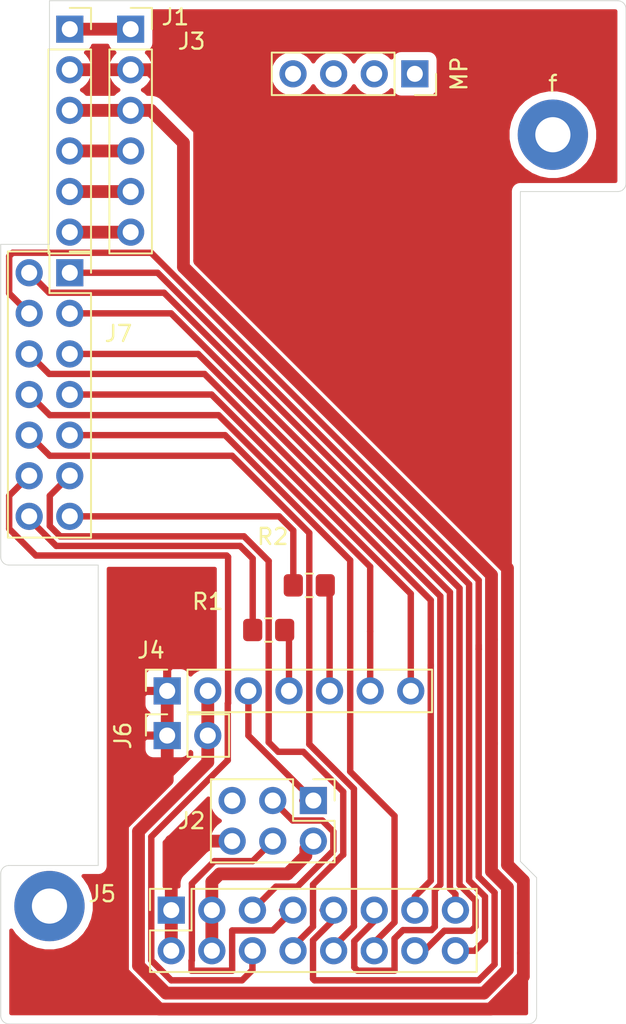
<source format=kicad_pcb>
(kicad_pcb (version 20171130) (host pcbnew "(5.1.7)-1")

  (general
    (thickness 1.6)
    (drawings 29)
    (tracks 224)
    (zones 0)
    (modules 12)
    (nets 27)
  )

  (page A4)
  (layers
    (0 F.Cu signal)
    (31 B.Cu signal)
    (32 B.Adhes user)
    (33 F.Adhes user)
    (34 B.Paste user)
    (35 F.Paste user)
    (36 B.SilkS user)
    (37 F.SilkS user)
    (38 B.Mask user)
    (39 F.Mask user)
    (40 Dwgs.User user)
    (41 Cmts.User user)
    (42 Eco1.User user)
    (43 Eco2.User user)
    (44 Edge.Cuts user)
    (45 Margin user)
    (46 B.CrtYd user)
    (47 F.CrtYd user)
    (48 B.Fab user)
    (49 F.Fab user hide)
  )

  (setup
    (last_trace_width 0.4)
    (trace_clearance 0.2)
    (zone_clearance 0.508)
    (zone_45_only no)
    (trace_min 0.2)
    (via_size 0.8)
    (via_drill 0.4)
    (via_min_size 0.4)
    (via_min_drill 0.3)
    (uvia_size 0.3)
    (uvia_drill 0.1)
    (uvias_allowed no)
    (uvia_min_size 0.2)
    (uvia_min_drill 0.1)
    (edge_width 0.05)
    (segment_width 0.2)
    (pcb_text_width 0.3)
    (pcb_text_size 1.5 1.5)
    (mod_edge_width 0.12)
    (mod_text_size 1 1)
    (mod_text_width 0.15)
    (pad_size 1.524 1.524)
    (pad_drill 0.762)
    (pad_to_mask_clearance 0)
    (aux_axis_origin 124.714 82.55)
    (visible_elements 7FFFFFFF)
    (pcbplotparams
      (layerselection 0x210a0_7fffffff)
      (usegerberextensions false)
      (usegerberattributes true)
      (usegerberadvancedattributes true)
      (creategerberjobfile false)
      (excludeedgelayer true)
      (linewidth 0.100000)
      (plotframeref false)
      (viasonmask false)
      (mode 1)
      (useauxorigin true)
      (hpglpennumber 1)
      (hpglpenspeed 20)
      (hpglpendiameter 15.000000)
      (psnegative false)
      (psa4output false)
      (plotreference false)
      (plotvalue false)
      (plotinvisibletext false)
      (padsonsilk true)
      (subtractmaskfromsilk false)
      (outputformat 1)
      (mirror false)
      (drillshape 0)
      (scaleselection 1)
      (outputdirectory "output/"))
  )

  (net 0 "")
  (net 1 /GND)
  (net 2 /RES)
  (net 3 /SDA)
  (net 4 /SCK)
  (net 5 /RS)
  (net 6 /CS)
  (net 7 /M0)
  (net 8 /M1)
  (net 9 /TXD)
  (net 10 /RXD)
  (net 11 /AUX)
  (net 12 /BL)
  (net 13 /VCC)
  (net 14 "Net-(J2-Pad5)")
  (net 15 /LT)
  (net 16 /DW)
  (net 17 /UP)
  (net 18 /RT)
  (net 19 /OK)
  (net 20 /SET)
  (net 21 /RXR)
  (net 22 /TXR)
  (net 23 /RX)
  (net 24 /AREF)
  (net 25 /3V3)
  (net 26 /VIN)

  (net_class Default "This is the default net class."
    (clearance 0.2)
    (trace_width 0.4)
    (via_dia 0.8)
    (via_drill 0.4)
    (uvia_dia 0.3)
    (uvia_drill 0.1)
    (add_net /AUX)
    (add_net /BL)
    (add_net /CS)
    (add_net /DW)
    (add_net /LT)
    (add_net /M0)
    (add_net /M1)
    (add_net /OK)
    (add_net /RES)
    (add_net /RS)
    (add_net /RT)
    (add_net /RXD)
    (add_net /RXR)
    (add_net /SCK)
    (add_net /SDA)
    (add_net /SET)
    (add_net /TXD)
    (add_net /TXR)
    (add_net /UP)
    (add_net "Net-(J2-Pad5)")
  )

  (net_class Power ""
    (clearance 0.2)
    (trace_width 0.8)
    (via_dia 0.8)
    (via_drill 0.4)
    (uvia_dia 0.3)
    (uvia_drill 0.1)
    (add_net /3V3)
    (add_net /AREF)
    (add_net /GND)
    (add_net /RX)
    (add_net /VCC)
    (add_net /VIN)
  )

  (module Connector_PinSocket_2.54mm:PinSocket_1x06_P2.54mm_Vertical (layer F.Cu) (tedit 5A19A430) (tstamp 6468BD5C)
    (at 132.842 20.32)
    (descr "Through hole straight socket strip, 1x06, 2.54mm pitch, single row (from Kicad 4.0.7), script generated")
    (tags "Through hole socket strip THT 1x06 2.54mm single row")
    (path /648B3CE8)
    (fp_text reference J3 (at 3.81 0.762) (layer F.SilkS)
      (effects (font (size 1 1) (thickness 0.15)))
    )
    (fp_text value Conn_01x06 (at 0 15.47) (layer F.Fab)
      (effects (font (size 1 1) (thickness 0.15)))
    )
    (fp_text user %R (at 0 6.35 90) (layer F.Fab)
      (effects (font (size 1 1) (thickness 0.15)))
    )
    (fp_line (start -1.27 -1.27) (end 0.635 -1.27) (layer F.Fab) (width 0.1))
    (fp_line (start 0.635 -1.27) (end 1.27 -0.635) (layer F.Fab) (width 0.1))
    (fp_line (start 1.27 -0.635) (end 1.27 13.97) (layer F.Fab) (width 0.1))
    (fp_line (start 1.27 13.97) (end -1.27 13.97) (layer F.Fab) (width 0.1))
    (fp_line (start -1.27 13.97) (end -1.27 -1.27) (layer F.Fab) (width 0.1))
    (fp_line (start -1.33 1.27) (end 1.33 1.27) (layer F.SilkS) (width 0.12))
    (fp_line (start -1.33 1.27) (end -1.33 14.03) (layer F.SilkS) (width 0.12))
    (fp_line (start -1.33 14.03) (end 1.33 14.03) (layer F.SilkS) (width 0.12))
    (fp_line (start 1.33 1.27) (end 1.33 14.03) (layer F.SilkS) (width 0.12))
    (fp_line (start 1.33 -1.33) (end 1.33 0) (layer F.SilkS) (width 0.12))
    (fp_line (start 0 -1.33) (end 1.33 -1.33) (layer F.SilkS) (width 0.12))
    (fp_line (start -1.8 -1.8) (end 1.75 -1.8) (layer F.CrtYd) (width 0.05))
    (fp_line (start 1.75 -1.8) (end 1.75 14.45) (layer F.CrtYd) (width 0.05))
    (fp_line (start 1.75 14.45) (end -1.8 14.45) (layer F.CrtYd) (width 0.05))
    (fp_line (start -1.8 14.45) (end -1.8 -1.8) (layer F.CrtYd) (width 0.05))
    (pad 6 thru_hole oval (at 0 12.7) (size 1.7 1.7) (drill 1) (layers *.Cu *.Mask)
      (net 23 /RX))
    (pad 5 thru_hole oval (at 0 10.16) (size 1.7 1.7) (drill 1) (layers *.Cu *.Mask)
      (net 24 /AREF))
    (pad 4 thru_hole oval (at 0 7.62) (size 1.7 1.7) (drill 1) (layers *.Cu *.Mask)
      (net 25 /3V3))
    (pad 3 thru_hole oval (at 0 5.08) (size 1.7 1.7) (drill 1) (layers *.Cu *.Mask)
      (net 13 /VCC))
    (pad 2 thru_hole oval (at 0 2.54) (size 1.7 1.7) (drill 1) (layers *.Cu *.Mask)
      (net 1 /GND))
    (pad 1 thru_hole rect (at 0 0) (size 1.7 1.7) (drill 1) (layers *.Cu *.Mask)
      (net 26 /VIN))
    (model ${KISYS3DMOD}/Connector_PinSocket_2.54mm.3dshapes/PinSocket_1x06_P2.54mm_Vertical.wrl
      (at (xyz 0 0 0))
      (scale (xyz 1 1 1))
      (rotate (xyz 0 0 0))
    )
  )

  (module Connector_PinSocket_2.54mm:PinSocket_1x06_P2.54mm_Vertical (layer F.Cu) (tedit 5A19A430) (tstamp 6468BAFA)
    (at 129.032 20.32)
    (descr "Through hole straight socket strip, 1x06, 2.54mm pitch, single row (from Kicad 4.0.7), script generated")
    (tags "Through hole socket strip THT 1x06 2.54mm single row")
    (path /648A4C5E)
    (fp_text reference J1 (at 6.604 -0.762) (layer F.SilkS)
      (effects (font (size 1 1) (thickness 0.15)))
    )
    (fp_text value Conn_01x06 (at 0 15.47) (layer F.Fab)
      (effects (font (size 1 1) (thickness 0.15)))
    )
    (fp_text user %R (at 0 6.35 90) (layer F.Fab)
      (effects (font (size 1 1) (thickness 0.15)))
    )
    (fp_line (start -1.27 -1.27) (end 0.635 -1.27) (layer F.Fab) (width 0.1))
    (fp_line (start 0.635 -1.27) (end 1.27 -0.635) (layer F.Fab) (width 0.1))
    (fp_line (start 1.27 -0.635) (end 1.27 13.97) (layer F.Fab) (width 0.1))
    (fp_line (start 1.27 13.97) (end -1.27 13.97) (layer F.Fab) (width 0.1))
    (fp_line (start -1.27 13.97) (end -1.27 -1.27) (layer F.Fab) (width 0.1))
    (fp_line (start -1.33 1.27) (end 1.33 1.27) (layer F.SilkS) (width 0.12))
    (fp_line (start -1.33 1.27) (end -1.33 14.03) (layer F.SilkS) (width 0.12))
    (fp_line (start -1.33 14.03) (end 1.33 14.03) (layer F.SilkS) (width 0.12))
    (fp_line (start 1.33 1.27) (end 1.33 14.03) (layer F.SilkS) (width 0.12))
    (fp_line (start 1.33 -1.33) (end 1.33 0) (layer F.SilkS) (width 0.12))
    (fp_line (start 0 -1.33) (end 1.33 -1.33) (layer F.SilkS) (width 0.12))
    (fp_line (start -1.8 -1.8) (end 1.75 -1.8) (layer F.CrtYd) (width 0.05))
    (fp_line (start 1.75 -1.8) (end 1.75 14.45) (layer F.CrtYd) (width 0.05))
    (fp_line (start 1.75 14.45) (end -1.8 14.45) (layer F.CrtYd) (width 0.05))
    (fp_line (start -1.8 14.45) (end -1.8 -1.8) (layer F.CrtYd) (width 0.05))
    (pad 6 thru_hole oval (at 0 12.7) (size 1.7 1.7) (drill 1) (layers *.Cu *.Mask)
      (net 23 /RX))
    (pad 5 thru_hole oval (at 0 10.16) (size 1.7 1.7) (drill 1) (layers *.Cu *.Mask)
      (net 24 /AREF))
    (pad 4 thru_hole oval (at 0 7.62) (size 1.7 1.7) (drill 1) (layers *.Cu *.Mask)
      (net 25 /3V3))
    (pad 3 thru_hole oval (at 0 5.08) (size 1.7 1.7) (drill 1) (layers *.Cu *.Mask)
      (net 13 /VCC))
    (pad 2 thru_hole oval (at 0 2.54) (size 1.7 1.7) (drill 1) (layers *.Cu *.Mask)
      (net 1 /GND))
    (pad 1 thru_hole rect (at 0 0) (size 1.7 1.7) (drill 1) (layers *.Cu *.Mask)
      (net 26 /VIN))
    (model ${KISYS3DMOD}/Connector_PinSocket_2.54mm.3dshapes/PinSocket_1x06_P2.54mm_Vertical.wrl
      (at (xyz 0 0 0))
      (scale (xyz 1 1 1))
      (rotate (xyz 0 0 0))
    )
  )

  (module Connector_PinSocket_2.54mm:PinSocket_2x08_P2.54mm_Vertical (layer F.Cu) (tedit 5A19A42B) (tstamp 63D1B24C)
    (at 135.382 75.438 90)
    (descr "Through hole straight socket strip, 2x08, 2.54mm pitch, double cols (from Kicad 4.0.7), script generated")
    (tags "Through hole socket strip THT 2x08 2.54mm double row")
    (path /63E7E48A)
    (fp_text reference J5 (at 1.016 -4.318 180) (layer F.SilkS)
      (effects (font (size 1 1) (thickness 0.15)))
    )
    (fp_text value DispKB (at -1.27 20.55 90) (layer F.Fab)
      (effects (font (size 1 1) (thickness 0.15)))
    )
    (fp_line (start -4.34 19.55) (end -4.34 -1.8) (layer F.CrtYd) (width 0.05))
    (fp_line (start 1.76 19.55) (end -4.34 19.55) (layer F.CrtYd) (width 0.05))
    (fp_line (start 1.76 -1.8) (end 1.76 19.55) (layer F.CrtYd) (width 0.05))
    (fp_line (start -4.34 -1.8) (end 1.76 -1.8) (layer F.CrtYd) (width 0.05))
    (fp_line (start 0 -1.33) (end 1.33 -1.33) (layer F.SilkS) (width 0.12))
    (fp_line (start 1.33 -1.33) (end 1.33 0) (layer F.SilkS) (width 0.12))
    (fp_line (start -1.27 -1.33) (end -1.27 1.27) (layer F.SilkS) (width 0.12))
    (fp_line (start -1.27 1.27) (end 1.33 1.27) (layer F.SilkS) (width 0.12))
    (fp_line (start 1.33 1.27) (end 1.33 19.11) (layer F.SilkS) (width 0.12))
    (fp_line (start -3.87 19.11) (end 1.33 19.11) (layer F.SilkS) (width 0.12))
    (fp_line (start -3.87 -1.33) (end -3.87 19.11) (layer F.SilkS) (width 0.12))
    (fp_line (start -3.87 -1.33) (end -1.27 -1.33) (layer F.SilkS) (width 0.12))
    (fp_line (start -3.81 19.05) (end -3.81 -1.27) (layer F.Fab) (width 0.1))
    (fp_line (start 1.27 19.05) (end -3.81 19.05) (layer F.Fab) (width 0.1))
    (fp_line (start 1.27 -0.27) (end 1.27 19.05) (layer F.Fab) (width 0.1))
    (fp_line (start 0.27 -1.27) (end 1.27 -0.27) (layer F.Fab) (width 0.1))
    (fp_line (start -3.81 -1.27) (end 0.27 -1.27) (layer F.Fab) (width 0.1))
    (fp_text user %R (at -1.27 8.89) (layer F.Fab)
      (effects (font (size 1 1) (thickness 0.15)))
    )
    (pad 16 thru_hole oval (at -2.54 17.78 90) (size 1.7 1.7) (drill 1) (layers *.Cu *.Mask)
      (net 15 /LT))
    (pad 15 thru_hole oval (at 0 17.78 90) (size 1.7 1.7) (drill 1) (layers *.Cu *.Mask)
      (net 12 /BL))
    (pad 14 thru_hole oval (at -2.54 15.24 90) (size 1.7 1.7) (drill 1) (layers *.Cu *.Mask)
      (net 16 /DW))
    (pad 13 thru_hole oval (at 0 15.24 90) (size 1.7 1.7) (drill 1) (layers *.Cu *.Mask)
      (net 6 /CS))
    (pad 12 thru_hole oval (at -2.54 12.7 90) (size 1.7 1.7) (drill 1) (layers *.Cu *.Mask)
      (net 17 /UP))
    (pad 11 thru_hole oval (at 0 12.7 90) (size 1.7 1.7) (drill 1) (layers *.Cu *.Mask)
      (net 5 /RS))
    (pad 10 thru_hole oval (at -2.54 10.16 90) (size 1.7 1.7) (drill 1) (layers *.Cu *.Mask)
      (net 18 /RT))
    (pad 9 thru_hole oval (at 0 10.16 90) (size 1.7 1.7) (drill 1) (layers *.Cu *.Mask)
      (net 2 /RES))
    (pad 8 thru_hole oval (at -2.54 7.62 90) (size 1.7 1.7) (drill 1) (layers *.Cu *.Mask)
      (net 19 /OK))
    (pad 7 thru_hole oval (at 0 7.62 90) (size 1.7 1.7) (drill 1) (layers *.Cu *.Mask)
      (net 3 /SDA))
    (pad 6 thru_hole oval (at -2.54 5.08 90) (size 1.7 1.7) (drill 1) (layers *.Cu *.Mask)
      (net 20 /SET))
    (pad 5 thru_hole oval (at 0 5.08 90) (size 1.7 1.7) (drill 1) (layers *.Cu *.Mask)
      (net 4 /SCK))
    (pad 4 thru_hole oval (at -2.54 2.54 90) (size 1.7 1.7) (drill 1) (layers *.Cu *.Mask)
      (net 13 /VCC))
    (pad 3 thru_hole oval (at 0 2.54 90) (size 1.7 1.7) (drill 1) (layers *.Cu *.Mask)
      (net 13 /VCC))
    (pad 2 thru_hole oval (at -2.54 0 90) (size 1.7 1.7) (drill 1) (layers *.Cu *.Mask)
      (net 1 /GND))
    (pad 1 thru_hole rect (at 0 0 90) (size 1.7 1.7) (drill 1) (layers *.Cu *.Mask)
      (net 1 /GND))
    (model ${KISYS3DMOD}/Connector_PinSocket_2.54mm.3dshapes/PinSocket_2x08_P2.54mm_Vertical.wrl
      (at (xyz 0 0 0))
      (scale (xyz 1 1 1))
      (rotate (xyz 0 0 0))
    )
  )

  (module Connector_PinSocket_2.54mm:PinSocket_1x04_P2.54mm_Vertical (layer F.Cu) (tedit 5A19A429) (tstamp 64686FCF)
    (at 150.622 23.114 270)
    (descr "Through hole straight socket strip, 1x04, 2.54mm pitch, single row (from Kicad 4.0.7), script generated")
    (tags "Through hole socket strip THT 1x04 2.54mm single row")
    (fp_text reference MP (at 0 -2.77 90) (layer F.SilkS)
      (effects (font (size 1 1) (thickness 0.15)))
    )
    (fp_text value PinSocket_1x04_P2.54mm_Vertical (at 0 10.39 90) (layer F.Fab) hide
      (effects (font (size 1 1) (thickness 0.15)))
    )
    (fp_text user %R (at 0 3.81) (layer F.Fab) hide
      (effects (font (size 1 1) (thickness 0.15)))
    )
    (fp_line (start -1.27 -1.27) (end 0.635 -1.27) (layer F.Fab) (width 0.1))
    (fp_line (start 0.635 -1.27) (end 1.27 -0.635) (layer F.Fab) (width 0.1))
    (fp_line (start 1.27 -0.635) (end 1.27 8.89) (layer F.Fab) (width 0.1))
    (fp_line (start 1.27 8.89) (end -1.27 8.89) (layer F.Fab) (width 0.1))
    (fp_line (start -1.27 8.89) (end -1.27 -1.27) (layer F.Fab) (width 0.1))
    (fp_line (start -1.33 1.27) (end 1.33 1.27) (layer F.SilkS) (width 0.12))
    (fp_line (start -1.33 1.27) (end -1.33 8.95) (layer F.SilkS) (width 0.12))
    (fp_line (start -1.33 8.95) (end 1.33 8.95) (layer F.SilkS) (width 0.12))
    (fp_line (start 1.33 1.27) (end 1.33 8.95) (layer F.SilkS) (width 0.12))
    (fp_line (start 1.33 -1.33) (end 1.33 0) (layer F.SilkS) (width 0.12))
    (fp_line (start 0 -1.33) (end 1.33 -1.33) (layer F.SilkS) (width 0.12))
    (fp_line (start -1.8 -1.8) (end 1.75 -1.8) (layer F.CrtYd) (width 0.05))
    (fp_line (start 1.75 -1.8) (end 1.75 9.4) (layer F.CrtYd) (width 0.05))
    (fp_line (start 1.75 9.4) (end -1.8 9.4) (layer F.CrtYd) (width 0.05))
    (fp_line (start -1.8 9.4) (end -1.8 -1.8) (layer F.CrtYd) (width 0.05))
    (pad 4 thru_hole oval (at 0 7.62 270) (size 1.7 1.7) (drill 1) (layers *.Cu *.Mask))
    (pad 3 thru_hole oval (at 0 5.08 270) (size 1.7 1.7) (drill 1) (layers *.Cu *.Mask))
    (pad 2 thru_hole oval (at 0 2.54 270) (size 1.7 1.7) (drill 1) (layers *.Cu *.Mask))
    (pad 1 thru_hole rect (at 0 0 270) (size 1.7 1.7) (drill 1) (layers *.Cu *.Mask))
    (model ${KISYS3DMOD}/Connector_PinSocket_2.54mm.3dshapes/PinSocket_1x04_P2.54mm_Vertical.wrl
      (at (xyz 0 0 0))
      (scale (xyz 1 1 1))
      (rotate (xyz 0 0 0))
    )
  )

  (module Resistor_SMD:R_0805_2012Metric_Pad1.20x1.40mm_HandSolder (layer F.Cu) (tedit 5F68FEEE) (tstamp 64676D6F)
    (at 141.478 57.912 180)
    (descr "Resistor SMD 0805 (2012 Metric), square (rectangular) end terminal, IPC_7351 nominal with elongated pad for handsoldering. (Body size source: IPC-SM-782 page 72, https://www.pcb-3d.com/wordpress/wp-content/uploads/ipc-sm-782a_amendment_1_and_2.pdf), generated with kicad-footprint-generator")
    (tags "resistor handsolder")
    (path /646DA561)
    (attr smd)
    (fp_text reference R1 (at 3.81 1.778) (layer F.SilkS)
      (effects (font (size 1 1) (thickness 0.15)))
    )
    (fp_text value 39 (at 0 1.65) (layer F.Fab)
      (effects (font (size 1 1) (thickness 0.15)))
    )
    (fp_text user %R (at 0 0) (layer F.Fab)
      (effects (font (size 0.5 0.5) (thickness 0.08)))
    )
    (fp_line (start -1 0.625) (end -1 -0.625) (layer F.Fab) (width 0.1))
    (fp_line (start -1 -0.625) (end 1 -0.625) (layer F.Fab) (width 0.1))
    (fp_line (start 1 -0.625) (end 1 0.625) (layer F.Fab) (width 0.1))
    (fp_line (start 1 0.625) (end -1 0.625) (layer F.Fab) (width 0.1))
    (fp_line (start -0.227064 -0.735) (end 0.227064 -0.735) (layer F.SilkS) (width 0.12))
    (fp_line (start -0.227064 0.735) (end 0.227064 0.735) (layer F.SilkS) (width 0.12))
    (fp_line (start -1.85 0.95) (end -1.85 -0.95) (layer F.CrtYd) (width 0.05))
    (fp_line (start -1.85 -0.95) (end 1.85 -0.95) (layer F.CrtYd) (width 0.05))
    (fp_line (start 1.85 -0.95) (end 1.85 0.95) (layer F.CrtYd) (width 0.05))
    (fp_line (start 1.85 0.95) (end -1.85 0.95) (layer F.CrtYd) (width 0.05))
    (pad 2 smd roundrect (at 1 0 180) (size 1.2 1.4) (layers F.Cu F.Paste F.Mask) (roundrect_rratio 0.2083325)
      (net 21 /RXR))
    (pad 1 smd roundrect (at -1 0 180) (size 1.2 1.4) (layers F.Cu F.Paste F.Mask) (roundrect_rratio 0.2083325)
      (net 10 /RXD))
    (model ${KISYS3DMOD}/Resistor_SMD.3dshapes/R_0805_2012Metric.wrl
      (at (xyz 0 0 0))
      (scale (xyz 1 1 1))
      (rotate (xyz 0 0 0))
    )
  )

  (module Resistor_SMD:R_0805_2012Metric_Pad1.20x1.40mm_HandSolder (layer F.Cu) (tedit 5F68FEEE) (tstamp 64676D80)
    (at 144.018 55.118 180)
    (descr "Resistor SMD 0805 (2012 Metric), square (rectangular) end terminal, IPC_7351 nominal with elongated pad for handsoldering. (Body size source: IPC-SM-782 page 72, https://www.pcb-3d.com/wordpress/wp-content/uploads/ipc-sm-782a_amendment_1_and_2.pdf), generated with kicad-footprint-generator")
    (tags "resistor handsolder")
    (path /646DAEA3)
    (attr smd)
    (fp_text reference R2 (at 2.286 3.048) (layer F.SilkS)
      (effects (font (size 1 1) (thickness 0.15)))
    )
    (fp_text value 39 (at 0 1.65) (layer F.Fab)
      (effects (font (size 1 1) (thickness 0.15)))
    )
    (fp_text user %R (at 0 0) (layer F.Fab)
      (effects (font (size 0.5 0.5) (thickness 0.08)))
    )
    (fp_line (start -1 0.625) (end -1 -0.625) (layer F.Fab) (width 0.1))
    (fp_line (start -1 -0.625) (end 1 -0.625) (layer F.Fab) (width 0.1))
    (fp_line (start 1 -0.625) (end 1 0.625) (layer F.Fab) (width 0.1))
    (fp_line (start 1 0.625) (end -1 0.625) (layer F.Fab) (width 0.1))
    (fp_line (start -0.227064 -0.735) (end 0.227064 -0.735) (layer F.SilkS) (width 0.12))
    (fp_line (start -0.227064 0.735) (end 0.227064 0.735) (layer F.SilkS) (width 0.12))
    (fp_line (start -1.85 0.95) (end -1.85 -0.95) (layer F.CrtYd) (width 0.05))
    (fp_line (start -1.85 -0.95) (end 1.85 -0.95) (layer F.CrtYd) (width 0.05))
    (fp_line (start 1.85 -0.95) (end 1.85 0.95) (layer F.CrtYd) (width 0.05))
    (fp_line (start 1.85 0.95) (end -1.85 0.95) (layer F.CrtYd) (width 0.05))
    (pad 2 smd roundrect (at 1 0 180) (size 1.2 1.4) (layers F.Cu F.Paste F.Mask) (roundrect_rratio 0.2083325)
      (net 22 /TXR))
    (pad 1 smd roundrect (at -1 0 180) (size 1.2 1.4) (layers F.Cu F.Paste F.Mask) (roundrect_rratio 0.2083325)
      (net 9 /TXD))
    (model ${KISYS3DMOD}/Resistor_SMD.3dshapes/R_0805_2012Metric.wrl
      (at (xyz 0 0 0))
      (scale (xyz 1 1 1))
      (rotate (xyz 0 0 0))
    )
  )

  (module MountingHole:MountingHole_2.2mm_M2_Pad (layer F.Cu) (tedit 56D1B4CB) (tstamp 63D296CA)
    (at 127.762 75.184)
    (descr "Mounting Hole 2.2mm, M2")
    (tags "mounting hole 2.2mm m2")
    (attr virtual)
    (fp_text reference e (at -2.032 2.286) (layer F.SilkS) hide
      (effects (font (size 1 1) (thickness 0.15)))
    )
    (fp_text value "" (at 0 3.2) (layer F.Fab) hide
      (effects (font (size 1 1) (thickness 0.15)))
    )
    (fp_circle (center 0 0) (end 2.45 0) (layer F.CrtYd) (width 0.05))
    (fp_circle (center 0 0) (end 2.2 0) (layer Cmts.User) (width 0.15))
    (fp_text user %R (at 0.3 0) (layer F.Fab) hide
      (effects (font (size 1 1) (thickness 0.15)))
    )
    (pad 1 thru_hole circle (at 0 0) (size 4.4 4.4) (drill 2.2) (layers *.Cu *.Mask))
  )

  (module MountingHole:MountingHole_2.2mm_M2_Pad (layer F.Cu) (tedit 56D1B4CB) (tstamp 63D29682)
    (at 159.258 26.924)
    (descr "Mounting Hole 2.2mm, M2")
    (tags "mounting hole 2.2mm m2")
    (attr virtual)
    (fp_text reference f (at 0 -3.2) (layer F.SilkS)
      (effects (font (size 1 1) (thickness 0.15)))
    )
    (fp_text value "" (at 0 3.2) (layer F.Fab) hide
      (effects (font (size 1 1) (thickness 0.15)))
    )
    (fp_circle (center 0 0) (end 2.45 0) (layer F.CrtYd) (width 0.05))
    (fp_circle (center 0 0) (end 2.2 0) (layer Cmts.User) (width 0.15))
    (fp_text user %R (at 0.3 0) (layer F.Fab) hide
      (effects (font (size 1 1) (thickness 0.15)))
    )
    (pad 1 thru_hole circle (at 0 0) (size 4.4 4.4) (drill 2.2) (layers *.Cu *.Mask))
  )

  (module Connector_PinSocket_2.54mm:PinSocket_1x02_P2.54mm_Vertical (layer F.Cu) (tedit 5A19A420) (tstamp 63D2809C)
    (at 135.128 64.516 90)
    (descr "Through hole straight socket strip, 1x02, 2.54mm pitch, single row (from Kicad 4.0.7), script generated")
    (tags "Through hole socket strip THT 1x02 2.54mm single row")
    (path /63F1F757)
    (fp_text reference J6 (at 0 -2.77 90) (layer F.SilkS)
      (effects (font (size 1 1) (thickness 0.15)))
    )
    (fp_text value PWR (at 0 5.31 90) (layer F.Fab)
      (effects (font (size 1 1) (thickness 0.15)))
    )
    (fp_line (start -1.8 4.3) (end -1.8 -1.8) (layer F.CrtYd) (width 0.05))
    (fp_line (start 1.75 4.3) (end -1.8 4.3) (layer F.CrtYd) (width 0.05))
    (fp_line (start 1.75 -1.8) (end 1.75 4.3) (layer F.CrtYd) (width 0.05))
    (fp_line (start -1.8 -1.8) (end 1.75 -1.8) (layer F.CrtYd) (width 0.05))
    (fp_line (start 0 -1.33) (end 1.33 -1.33) (layer F.SilkS) (width 0.12))
    (fp_line (start 1.33 -1.33) (end 1.33 0) (layer F.SilkS) (width 0.12))
    (fp_line (start 1.33 1.27) (end 1.33 3.87) (layer F.SilkS) (width 0.12))
    (fp_line (start -1.33 3.87) (end 1.33 3.87) (layer F.SilkS) (width 0.12))
    (fp_line (start -1.33 1.27) (end -1.33 3.87) (layer F.SilkS) (width 0.12))
    (fp_line (start -1.33 1.27) (end 1.33 1.27) (layer F.SilkS) (width 0.12))
    (fp_line (start -1.27 3.81) (end -1.27 -1.27) (layer F.Fab) (width 0.1))
    (fp_line (start 1.27 3.81) (end -1.27 3.81) (layer F.Fab) (width 0.1))
    (fp_line (start 1.27 -0.635) (end 1.27 3.81) (layer F.Fab) (width 0.1))
    (fp_line (start 0.635 -1.27) (end 1.27 -0.635) (layer F.Fab) (width 0.1))
    (fp_line (start -1.27 -1.27) (end 0.635 -1.27) (layer F.Fab) (width 0.1))
    (fp_text user %R (at 0 1.27) (layer F.Fab)
      (effects (font (size 1 1) (thickness 0.15)))
    )
    (pad 2 thru_hole oval (at 0 2.54 90) (size 1.7 1.7) (drill 1) (layers *.Cu *.Mask)
      (net 13 /VCC))
    (pad 1 thru_hole rect (at 0 0 90) (size 1.7 1.7) (drill 1) (layers *.Cu *.Mask)
      (net 1 /GND))
    (model ${KISYS3DMOD}/Connector_PinSocket_2.54mm.3dshapes/PinSocket_1x02_P2.54mm_Vertical.wrl
      (at (xyz 0 0 0))
      (scale (xyz 1 1 1))
      (rotate (xyz 0 0 0))
    )
  )

  (module Connector_PinSocket_2.54mm:PinSocket_2x07_P2.54mm_Vertical (layer F.Cu) (tedit 5A19A421) (tstamp 63D29771)
    (at 129.032 35.56)
    (descr "Through hole straight socket strip, 2x07, 2.54mm pitch, double cols (from Kicad 4.0.7), script generated")
    (tags "Through hole socket strip THT 2x07 2.54mm double row")
    (path /63D198B1)
    (fp_text reference J7 (at 3.048 3.81) (layer F.SilkS)
      (effects (font (size 1 1) (thickness 0.15)))
    )
    (fp_text value Conn_02x07_Odd_Even (at -13.208 10.668) (layer F.Fab)
      (effects (font (size 1 1) (thickness 0.15)))
    )
    (fp_line (start -4.34 17) (end -4.34 -1.8) (layer F.CrtYd) (width 0.05))
    (fp_line (start 1.76 17) (end -4.34 17) (layer F.CrtYd) (width 0.05))
    (fp_line (start 1.76 -1.8) (end 1.76 17) (layer F.CrtYd) (width 0.05))
    (fp_line (start -4.34 -1.8) (end 1.76 -1.8) (layer F.CrtYd) (width 0.05))
    (fp_line (start 0 -1.33) (end 1.33 -1.33) (layer F.SilkS) (width 0.12))
    (fp_line (start 1.33 -1.33) (end 1.33 0) (layer F.SilkS) (width 0.12))
    (fp_line (start -1.27 -1.33) (end -1.27 1.27) (layer F.SilkS) (width 0.12))
    (fp_line (start -1.27 1.27) (end 1.33 1.27) (layer F.SilkS) (width 0.12))
    (fp_line (start 1.33 1.27) (end 1.33 16.57) (layer F.SilkS) (width 0.12))
    (fp_line (start -3.87 16.57) (end 1.33 16.57) (layer F.SilkS) (width 0.12))
    (fp_line (start -3.87 -1.33) (end -3.87 16.57) (layer F.SilkS) (width 0.12))
    (fp_line (start -3.87 -1.33) (end -1.27 -1.33) (layer F.SilkS) (width 0.12))
    (fp_line (start -3.81 16.51) (end -3.81 -1.27) (layer F.Fab) (width 0.1))
    (fp_line (start 1.27 16.51) (end -3.81 16.51) (layer F.Fab) (width 0.1))
    (fp_line (start 1.27 -0.27) (end 1.27 16.51) (layer F.Fab) (width 0.1))
    (fp_line (start 0.27 -1.27) (end 1.27 -0.27) (layer F.Fab) (width 0.1))
    (fp_line (start -3.81 -1.27) (end 0.27 -1.27) (layer F.Fab) (width 0.1))
    (fp_text user %R (at -1.27 7.62 90) (layer F.Fab)
      (effects (font (size 1 1) (thickness 0.15)))
    )
    (pad 14 thru_hole oval (at -2.54 15.24) (size 1.7 1.7) (drill 1) (layers *.Cu *.Mask)
      (net 21 /RXR))
    (pad 13 thru_hole oval (at 0 15.24) (size 1.7 1.7) (drill 1) (layers *.Cu *.Mask)
      (net 22 /TXR))
    (pad 12 thru_hole oval (at -2.54 12.7) (size 1.7 1.7) (drill 1) (layers *.Cu *.Mask)
      (net 20 /SET))
    (pad 11 thru_hole oval (at 0 12.7) (size 1.7 1.7) (drill 1) (layers *.Cu *.Mask)
      (net 19 /OK))
    (pad 10 thru_hole oval (at -2.54 10.16) (size 1.7 1.7) (drill 1) (layers *.Cu *.Mask)
      (net 18 /RT))
    (pad 9 thru_hole oval (at 0 10.16) (size 1.7 1.7) (drill 1) (layers *.Cu *.Mask)
      (net 17 /UP))
    (pad 8 thru_hole oval (at -2.54 7.62) (size 1.7 1.7) (drill 1) (layers *.Cu *.Mask)
      (net 8 /M1))
    (pad 7 thru_hole oval (at 0 7.62) (size 1.7 1.7) (drill 1) (layers *.Cu *.Mask)
      (net 7 /M0))
    (pad 6 thru_hole oval (at -2.54 5.08) (size 1.7 1.7) (drill 1) (layers *.Cu *.Mask)
      (net 6 /CS))
    (pad 5 thru_hole oval (at 0 5.08) (size 1.7 1.7) (drill 1) (layers *.Cu *.Mask)
      (net 5 /RS))
    (pad 4 thru_hole oval (at -2.54 2.54) (size 1.7 1.7) (drill 1) (layers *.Cu *.Mask)
      (net 2 /RES))
    (pad 3 thru_hole oval (at 0 2.54) (size 1.7 1.7) (drill 1) (layers *.Cu *.Mask)
      (net 12 /BL))
    (pad 2 thru_hole oval (at -2.54 0) (size 1.7 1.7) (drill 1) (layers *.Cu *.Mask)
      (net 16 /DW))
    (pad 1 thru_hole rect (at 0 0) (size 1.7 1.7) (drill 1) (layers *.Cu *.Mask)
      (net 15 /LT))
    (model ${KISYS3DMOD}/Connector_PinSocket_2.54mm.3dshapes/PinSocket_2x07_P2.54mm_Vertical.wrl
      (at (xyz 0 0 0))
      (scale (xyz 1 1 1))
      (rotate (xyz 0 0 0))
    )
  )

  (module Connector_PinHeader_2.54mm:PinHeader_2x03_P2.54mm_Vertical (layer F.Cu) (tedit 59FED5CC) (tstamp 5FA6C912)
    (at 144.272 68.58 270)
    (descr "Through hole straight pin header, 2x03, 2.54mm pitch, double rows")
    (tags "Through hole pin header THT 2x03 2.54mm double row")
    (path /5FA666AD)
    (fp_text reference J2 (at 1.27 7.62 180) (layer F.SilkS)
      (effects (font (size 1 1) (thickness 0.15)))
    )
    (fp_text value ICSP (at 0.254 7.41 90) (layer F.Fab)
      (effects (font (size 1 1) (thickness 0.15)))
    )
    (fp_line (start 0 -1.27) (end 3.81 -1.27) (layer F.Fab) (width 0.1))
    (fp_line (start 3.81 -1.27) (end 3.81 6.35) (layer F.Fab) (width 0.1))
    (fp_line (start 3.81 6.35) (end -1.27 6.35) (layer F.Fab) (width 0.1))
    (fp_line (start -1.27 6.35) (end -1.27 0) (layer F.Fab) (width 0.1))
    (fp_line (start -1.27 0) (end 0 -1.27) (layer F.Fab) (width 0.1))
    (fp_line (start -1.33 6.41) (end 3.87 6.41) (layer F.SilkS) (width 0.12))
    (fp_line (start -1.33 1.27) (end -1.33 6.41) (layer F.SilkS) (width 0.12))
    (fp_line (start 3.87 -1.33) (end 3.87 6.41) (layer F.SilkS) (width 0.12))
    (fp_line (start -1.33 1.27) (end 1.27 1.27) (layer F.SilkS) (width 0.12))
    (fp_line (start 1.27 1.27) (end 1.27 -1.33) (layer F.SilkS) (width 0.12))
    (fp_line (start 1.27 -1.33) (end 3.87 -1.33) (layer F.SilkS) (width 0.12))
    (fp_line (start -1.33 0) (end -1.33 -1.33) (layer F.SilkS) (width 0.12))
    (fp_line (start -1.33 -1.33) (end 0 -1.33) (layer F.SilkS) (width 0.12))
    (fp_line (start -1.8 -1.8) (end -1.8 6.85) (layer F.CrtYd) (width 0.05))
    (fp_line (start -1.8 6.85) (end 4.35 6.85) (layer F.CrtYd) (width 0.05))
    (fp_line (start 4.35 6.85) (end 4.35 -1.8) (layer F.CrtYd) (width 0.05))
    (fp_line (start 4.35 -1.8) (end -1.8 -1.8) (layer F.CrtYd) (width 0.05))
    (fp_text user %R (at 0.508 8.636 90) (layer F.Fab)
      (effects (font (size 1 1) (thickness 0.15)))
    )
    (pad 6 thru_hole oval (at 2.54 5.08 270) (size 1.7 1.7) (drill 1) (layers *.Cu *.Mask)
      (net 1 /GND))
    (pad 5 thru_hole oval (at 0 5.08 270) (size 1.7 1.7) (drill 1) (layers *.Cu *.Mask)
      (net 14 "Net-(J2-Pad5)"))
    (pad 4 thru_hole oval (at 2.54 2.54 270) (size 1.7 1.7) (drill 1) (layers *.Cu *.Mask)
      (net 3 /SDA))
    (pad 3 thru_hole oval (at 0 2.54 270) (size 1.7 1.7) (drill 1) (layers *.Cu *.Mask)
      (net 4 /SCK))
    (pad 2 thru_hole oval (at 2.54 0 270) (size 1.7 1.7) (drill 1) (layers *.Cu *.Mask)
      (net 13 /VCC))
    (pad 1 thru_hole rect (at 0 0 270) (size 1.7 1.7) (drill 1) (layers *.Cu *.Mask)
      (net 11 /AUX))
    (model ${KISYS3DMOD}/Connector_PinHeader_2.54mm.3dshapes/PinHeader_2x03_P2.54mm_Vertical.wrl
      (at (xyz 0 0 0))
      (scale (xyz 1 1 1))
      (rotate (xyz 0 0 0))
    )
  )

  (module Connector_PinSocket_2.54mm:PinSocket_1x07_P2.54mm_Vertical (layer F.Cu) (tedit 5A19A433) (tstamp 5FA6C944)
    (at 135.128 61.722 90)
    (descr "Through hole straight socket strip, 1x07, 2.54mm pitch, single row (from Kicad 4.0.7), script generated")
    (tags "Through hole socket strip THT 1x07 2.54mm single row")
    (path /5FA69381)
    (fp_text reference J4 (at 2.54 -1.016 180) (layer F.SilkS)
      (effects (font (size 1 1) (thickness 0.15)))
    )
    (fp_text value E32 (at 2.032 12.192 180) (layer F.Fab)
      (effects (font (size 1 1) (thickness 0.15)))
    )
    (fp_line (start -1.27 -1.27) (end 0.635 -1.27) (layer F.Fab) (width 0.1))
    (fp_line (start 0.635 -1.27) (end 1.27 -0.635) (layer F.Fab) (width 0.1))
    (fp_line (start 1.27 -0.635) (end 1.27 16.51) (layer F.Fab) (width 0.1))
    (fp_line (start 1.27 16.51) (end -1.27 16.51) (layer F.Fab) (width 0.1))
    (fp_line (start -1.27 16.51) (end -1.27 -1.27) (layer F.Fab) (width 0.1))
    (fp_line (start -1.33 1.27) (end 1.33 1.27) (layer F.SilkS) (width 0.12))
    (fp_line (start -1.33 1.27) (end -1.33 16.57) (layer F.SilkS) (width 0.12))
    (fp_line (start -1.33 16.57) (end 1.33 16.57) (layer F.SilkS) (width 0.12))
    (fp_line (start 1.33 1.27) (end 1.33 16.57) (layer F.SilkS) (width 0.12))
    (fp_line (start 1.33 -1.33) (end 1.33 0) (layer F.SilkS) (width 0.12))
    (fp_line (start 0 -1.33) (end 1.33 -1.33) (layer F.SilkS) (width 0.12))
    (fp_line (start -1.8 -1.8) (end 1.75 -1.8) (layer F.CrtYd) (width 0.05))
    (fp_line (start 1.75 -1.8) (end 1.75 17) (layer F.CrtYd) (width 0.05))
    (fp_line (start 1.75 17) (end -1.8 17) (layer F.CrtYd) (width 0.05))
    (fp_line (start -1.8 17) (end -1.8 -1.8) (layer F.CrtYd) (width 0.05))
    (fp_text user %R (at 0 7.62) (layer F.Fab)
      (effects (font (size 1 1) (thickness 0.15)))
    )
    (pad 7 thru_hole oval (at 0 15.24 90) (size 1.7 1.7) (drill 1) (layers *.Cu *.Mask)
      (net 7 /M0))
    (pad 6 thru_hole oval (at 0 12.7 90) (size 1.7 1.7) (drill 1) (layers *.Cu *.Mask)
      (net 8 /M1))
    (pad 5 thru_hole oval (at 0 10.16 90) (size 1.7 1.7) (drill 1) (layers *.Cu *.Mask)
      (net 9 /TXD))
    (pad 4 thru_hole oval (at 0 7.62 90) (size 1.7 1.7) (drill 1) (layers *.Cu *.Mask)
      (net 10 /RXD))
    (pad 3 thru_hole oval (at 0 5.08 90) (size 1.7 1.7) (drill 1) (layers *.Cu *.Mask)
      (net 11 /AUX))
    (pad 2 thru_hole oval (at 0 2.54 90) (size 1.7 1.7) (drill 1) (layers *.Cu *.Mask)
      (net 13 /VCC))
    (pad 1 thru_hole rect (at 0 0 90) (size 1.7 1.7) (drill 1) (layers *.Cu *.Mask)
      (net 1 /GND))
    (model ${KISYS3DMOD}/Connector_PinSocket_2.54mm.3dshapes/PinSocket_1x07_P2.54mm_Vertical.wrl
      (at (xyz 0 0 0))
      (scale (xyz 1 1 1))
      (rotate (xyz 0 0 0))
    )
  )

  (gr_line (start 130.81 72.644) (end 125.222 72.644) (layer Edge.Cuts) (width 0.05) (tstamp 6468D02B))
  (gr_line (start 163.322 30.48) (end 157.226 30.48) (layer Edge.Cuts) (width 0.05) (tstamp 6468C2EF))
  (gr_arc (start 163.322 29.972) (end 163.322 30.48) (angle -90) (layer Edge.Cuts) (width 0.05))
  (gr_line (start 163.83 19.05) (end 163.83 29.972) (layer Edge.Cuts) (width 0.05))
  (gr_line (start 163.322 18.542) (end 127.762 18.542) (layer Edge.Cuts) (width 0.05) (tstamp 6468C2EC))
  (gr_arc (start 163.322 19.05) (end 163.83 19.05) (angle -90) (layer Edge.Cuts) (width 0.05))
  (gr_line (start 124.714 53.34) (end 124.714 33.782) (layer Edge.Cuts) (width 0.05) (tstamp 6468C2EA))
  (gr_line (start 125.222 53.848) (end 130.81 53.848) (layer Edge.Cuts) (width 0.05) (tstamp 6468C2E8))
  (gr_arc (start 125.222 53.34) (end 124.714 53.34) (angle -90) (layer Edge.Cuts) (width 0.05))
  (gr_line (start 158.242 82.042) (end 158.242 73.406) (layer Edge.Cuts) (width 0.05) (tstamp 6468C2E6))
  (gr_arc (start 157.734 82.042) (end 157.734 82.55) (angle -90) (layer Edge.Cuts) (width 0.05))
  (gr_line (start 125.222 82.55) (end 157.734 82.55) (layer Edge.Cuts) (width 0.05))
  (gr_arc (start 125.222 82.042) (end 124.714 82.042) (angle -90) (layer Edge.Cuts) (width 0.05))
  (gr_line (start 124.714 73.152) (end 124.714 82.042) (layer Edge.Cuts) (width 0.05))
  (gr_arc (start 125.222 73.152) (end 125.222 72.644) (angle -90) (layer Edge.Cuts) (width 0.05))
  (gr_line (start 127.762 33.782) (end 124.714 33.782) (layer Edge.Cuts) (width 0.05))
  (gr_line (start 127.762 18.542) (end 127.762 33.782) (layer Edge.Cuts) (width 0.05))
  (gr_line (start 130.81 53.848) (end 130.81 72.644) (layer Edge.Cuts) (width 0.05))
  (gr_line (start 157.226 72.39) (end 157.226 30.48) (layer Edge.Cuts) (width 0.05))
  (gr_line (start 157.226 72.39) (end 158.242 73.406) (layer Edge.Cuts) (width 0.05) (tstamp 64687DE8))
  (gr_line (start 154.813 20.193) (end 154.813 63.246) (layer Dwgs.User) (width 0.15) (tstamp 5FA7C206))
  (gr_line (start 130.81 20.193) (end 154.813 20.193) (layer Dwgs.User) (width 0.15))
  (gr_line (start 130.81 63.246) (end 130.81 20.193) (layer Dwgs.User) (width 0.15))
  (gr_line (start 154.813 63.246) (end 130.81 63.246) (layer Dwgs.User) (width 0.15))
  (gr_line (start 149.86 63.246) (end 154.305 63.246) (layer Dwgs.User) (width 0.15))
  (gr_line (start 162.814 18.796) (end 162.814 72.644) (layer Dwgs.User) (width 0.15))
  (gr_line (start 124.968 18.796) (end 162.814 18.796) (layer Dwgs.User) (width 0.15))
  (gr_line (start 124.968 72.644) (end 124.968 18.796) (layer Dwgs.User) (width 0.15))
  (gr_line (start 124.968 72.644) (end 163.576 72.644) (layer Dwgs.User) (width 0.15))

  (segment (start 135.382 75.438) (end 135.382 77.978) (width 0.8) (layer F.Cu) (net 1))
  (segment (start 135.382 77.978) (end 135.382 76.328) (width 0.8) (layer F.Cu) (net 1))
  (segment (start 135.382 75.438) (end 135.382 71.12) (width 0.8) (layer F.Cu) (net 1))
  (segment (start 139.192 71.12) (end 135.382 71.12) (width 0.8) (layer F.Cu) (net 1))
  (segment (start 135.128 61.722) (end 135.128 64.516) (width 0.8) (layer F.Cu) (net 1))
  (segment (start 135.128 67.30439) (end 135.128 64.516) (width 0.8) (layer F.Cu) (net 1))
  (segment (start 132.331979 70.10041) (end 135.128 67.30439) (width 0.8) (layer F.Cu) (net 1))
  (segment (start 155.35958 81.628031) (end 134.636418 81.628031) (width 0.8) (layer F.Cu) (net 1))
  (segment (start 156.418066 54.056066) (end 156.418063 72.601366) (width 0.8) (layer F.Cu) (net 1))
  (segment (start 157.412041 78.123572) (end 157.412041 79.57557) (width 0.8) (layer F.Cu) (net 1))
  (segment (start 156.418063 72.601366) (end 157.412039 73.595342) (width 0.8) (layer F.Cu) (net 1))
  (segment (start 157.412041 79.57557) (end 155.35958 81.628031) (width 0.8) (layer F.Cu) (net 1))
  (segment (start 157.412039 73.595342) (end 157.412039 78.12357) (width 0.8) (layer F.Cu) (net 1))
  (segment (start 157.412039 78.12357) (end 157.412041 78.123572) (width 0.8) (layer F.Cu) (net 1))
  (segment (start 134.636418 81.628031) (end 132.331979 79.323592) (width 0.8) (layer F.Cu) (net 1))
  (segment (start 132.331979 79.323592) (end 132.331979 70.10041) (width 0.8) (layer F.Cu) (net 1))
  (segment (start 129.032 22.86) (end 132.842 22.86) (width 0.8) (layer F.Cu) (net 1))
  (segment (start 137.16 25.975919) (end 137.16 34.798) (width 0.8) (layer F.Cu) (net 1))
  (segment (start 134.044081 22.86) (end 137.16 25.975919) (width 0.8) (layer F.Cu) (net 1))
  (segment (start 132.842 22.86) (end 134.044081 22.86) (width 0.8) (layer F.Cu) (net 1))
  (segment (start 137.16 34.798) (end 156.418066 54.056066) (width 0.8) (layer F.Cu) (net 1))
  (segment (start 144.272 68.58) (end 144.866542 68.58) (width 0.4) (layer F.Cu) (net 11))
  (segment (start 144.852002 75.438) (end 145.542 75.438) (width 0.4) (layer F.Cu) (net 2))
  (segment (start 154.98952 73.718436) (end 154.989523 73.718436) (width 0.4) (layer F.Cu) (net 2))
  (segment (start 154.618047 54.801657) (end 154.618047 59.114047) (width 0.4) (layer F.Cu) (net 2))
  (segment (start 134.126389 34.309999) (end 154.618047 54.801657) (width 0.4) (layer F.Cu) (net 2))
  (segment (start 125.241999 36.849999) (end 125.241999 34.524001) (width 0.4) (layer F.Cu) (net 2))
  (segment (start 154.618047 59.114047) (end 154.618048 59.114048) (width 0.4) (layer F.Cu) (net 2))
  (segment (start 125.241999 34.524001) (end 125.456001 34.309999) (width 0.4) (layer F.Cu) (net 2))
  (segment (start 126.492 38.1) (end 125.241999 36.849999) (width 0.4) (layer F.Cu) (net 2))
  (segment (start 154.618048 59.114048) (end 154.618048 58.848796) (width 0.4) (layer F.Cu) (net 2))
  (segment (start 125.456001 34.309999) (end 134.126389 34.309999) (width 0.4) (layer F.Cu) (net 2))
  (segment (start 145.542 76.032542) (end 145.542 75.438) (width 0.4) (layer F.Cu) (net 2))
  (segment (start 144.252001 77.322541) (end 145.542 76.032542) (width 0.4) (layer F.Cu) (net 2))
  (segment (start 144.252001 79.736001) (end 144.252001 77.322541) (width 0.4) (layer F.Cu) (net 2))
  (segment (start 144.344011 79.828011) (end 144.252001 79.736001) (width 0.4) (layer F.Cu) (net 2))
  (segment (start 154.613989 79.828011) (end 144.344011 79.828011) (width 0.4) (layer F.Cu) (net 2))
  (segment (start 155.612021 78.829979) (end 154.613989 79.828011) (width 0.4) (layer F.Cu) (net 2))
  (segment (start 155.612021 74.340934) (end 155.612021 78.829979) (width 0.4) (layer F.Cu) (net 2))
  (segment (start 154.618047 73.34696) (end 155.612021 74.340934) (width 0.4) (layer F.Cu) (net 2))
  (segment (start 154.618048 59.114048) (end 154.618047 73.34696) (width 0.4) (layer F.Cu) (net 2))
  (segment (start 143.002 75.438) (end 143.383 75.438) (width 0.4) (layer F.Cu) (net 3))
  (segment (start 141.732 70.993) (end 141.732 71.12) (width 0.4) (layer F.Cu) (net 3))
  (segment (start 143.002 75.438) (end 143.256 75.438) (width 0.4) (layer F.Cu) (net 3))
  (segment (start 143.002 75.016542) (end 143.002 75.438) (width 0.4) (layer F.Cu) (net 3))
  (segment (start 143.002 74.82447) (end 143.002 75.438) (width 0.4) (layer F.Cu) (net 3))
  (segment (start 141.732 71.12) (end 141.478 71.12) (width 0.4) (layer F.Cu) (net 3))
  (segment (start 141.732 70.961456) (end 141.732 71.12) (width 0.4) (layer F.Cu) (net 3))
  (segment (start 141.732 71.12) (end 141.986 71.12) (width 0.4) (layer F.Cu) (net 3))
  (segment (start 148.082 75.438) (end 148.082 76.127998) (width 0.4) (layer F.Cu) (net 5))
  (segment (start 144.272 68.58) (end 144.272 69.088) (width 0.4) (layer F.Cu) (net 11))
  (segment (start 144.272 68.58) (end 144.018 68.58) (width 0.4) (layer F.Cu) (net 11))
  (segment (start 144.272 68.58) (end 143.582002 68.58) (width 0.4) (layer F.Cu) (net 11))
  (segment (start 144.272 68.58) (end 144.500533 68.58) (width 0.4) (layer F.Cu) (net 11))
  (segment (start 137.922 75.438) (end 137.922 77.978) (width 0.8) (layer F.Cu) (net 13))
  (segment (start 144.272 71.12) (end 144.018 71.12) (width 0.8) (layer F.Cu) (net 13))
  (segment (start 137.922 73.66) (end 137.922 75.438) (width 0.8) (layer F.Cu) (net 13))
  (segment (start 142.663375 73.170011) (end 138.411989 73.170011) (width 0.8) (layer F.Cu) (net 13))
  (segment (start 143.80201 72.031376) (end 142.663375 73.170011) (width 0.8) (layer F.Cu) (net 13))
  (segment (start 138.411989 73.170011) (end 137.922 73.66) (width 0.8) (layer F.Cu) (net 13))
  (segment (start 143.80201 71.58999) (end 143.80201 72.031376) (width 0.8) (layer F.Cu) (net 13))
  (segment (start 144.272 71.12) (end 143.80201 71.58999) (width 0.8) (layer F.Cu) (net 13))
  (segment (start 126.492 50.8) (end 126.492 51.140542) (width 0.4) (layer F.Cu) (net 21))
  (segment (start 129.193286 50.8) (end 129.032 50.8) (width 0.4) (layer F.Cu) (net 22))
  (segment (start 128.783468 46.32001) (end 128.607729 46.144271) (width 0.4) (layer F.Cu) (net 17))
  (segment (start 142.312002 75.438) (end 143.002 75.438) (width 0.4) (layer F.Cu) (net 3))
  (segment (start 140.481999 72.370001) (end 141.732 71.12) (width 0.4) (layer F.Cu) (net 3))
  (segment (start 138.080615 72.370001) (end 140.481999 72.370001) (width 0.4) (layer F.Cu) (net 3))
  (segment (start 136.671999 73.778617) (end 138.080615 72.370001) (width 0.4) (layer F.Cu) (net 3))
  (segment (start 136.671999 78.578001) (end 136.671999 73.778617) (width 0.4) (layer F.Cu) (net 3))
  (segment (start 136.652 78.598) (end 136.671999 78.578001) (width 0.4) (layer F.Cu) (net 3))
  (segment (start 136.652 79.228001) (end 136.652 78.598) (width 0.4) (layer F.Cu) (net 3))
  (segment (start 139.192 79.228001) (end 136.652 79.228001) (width 0.4) (layer F.Cu) (net 3))
  (segment (start 139.192 76.708) (end 139.192 79.228001) (width 0.4) (layer F.Cu) (net 3))
  (segment (start 141.732 76.708) (end 139.192 76.708) (width 0.4) (layer F.Cu) (net 3))
  (segment (start 143.002 75.438) (end 141.732 76.708) (width 0.4) (layer F.Cu) (net 3))
  (segment (start 144.832003 69.830001) (end 145.522001 70.519999) (width 0.4) (layer F.Cu) (net 4))
  (segment (start 142.982001 69.830001) (end 144.832003 69.830001) (width 0.4) (layer F.Cu) (net 4))
  (segment (start 141.732 68.58) (end 142.982001 69.830001) (width 0.4) (layer F.Cu) (net 4))
  (segment (start 145.522001 71.720001) (end 145.522001 70.519999) (width 0.4) (layer F.Cu) (net 4))
  (segment (start 143.271981 73.970021) (end 145.522001 71.720001) (width 0.4) (layer F.Cu) (net 4))
  (segment (start 141.929979 73.970021) (end 143.271981 73.970021) (width 0.4) (layer F.Cu) (net 4))
  (segment (start 140.462 75.438) (end 141.929979 73.970021) (width 0.4) (layer F.Cu) (net 4))
  (segment (start 137.062222 40.64) (end 152.218011 55.795789) (width 0.4) (layer F.Cu) (net 5))
  (segment (start 152.218011 55.795789) (end 152.218011 73.841989) (width 0.4) (layer F.Cu) (net 5))
  (segment (start 152.218011 73.841989) (end 151.872001 74.187999) (width 0.4) (layer F.Cu) (net 5))
  (segment (start 129.032 40.64) (end 137.062222 40.64) (width 0.4) (layer F.Cu) (net 5))
  (segment (start 148.082 75.524542) (end 148.082 75.438) (width 0.4) (layer F.Cu) (net 5))
  (segment (start 146.831999 79.013999) (end 147.046001 79.228001) (width 0.4) (layer F.Cu) (net 5))
  (segment (start 146.831999 77.377999) (end 146.831999 79.013999) (width 0.4) (layer F.Cu) (net 5))
  (segment (start 148.082 76.127998) (end 146.831999 77.377999) (width 0.4) (layer F.Cu) (net 5))
  (segment (start 147.046001 79.228001) (end 149.352 79.228001) (width 0.4) (layer F.Cu) (net 5))
  (segment (start 149.352 79.228001) (end 149.352 77.216) (width 0.4) (layer F.Cu) (net 5))
  (segment (start 149.879999 76.688001) (end 151.657999 76.688001) (width 0.4) (layer F.Cu) (net 5))
  (segment (start 149.352 77.216) (end 149.879999 76.688001) (width 0.4) (layer F.Cu) (net 5))
  (segment (start 151.872001 76.473999) (end 151.872001 74.187999) (width 0.4) (layer F.Cu) (net 5))
  (segment (start 151.657999 76.688001) (end 151.872001 76.473999) (width 0.4) (layer F.Cu) (net 5))
  (segment (start 150.622 75.438) (end 150.368 75.438) (width 0.4) (layer F.Cu) (net 6))
  (segment (start 127.742001 41.890001) (end 126.492 40.64) (width 0.4) (layer F.Cu) (net 6))
  (segment (start 150.622 74.589458) (end 151.618001 73.593457) (width 0.4) (layer F.Cu) (net 6))
  (segment (start 151.618001 73.593457) (end 151.618001 60.091459) (width 0.4) (layer F.Cu) (net 6))
  (segment (start 150.622 75.438) (end 150.622 74.589458) (width 0.4) (layer F.Cu) (net 6))
  (segment (start 127.742001 41.890001) (end 137.463681 41.890001) (width 0.4) (layer F.Cu) (net 6))
  (segment (start 137.463681 41.890001) (end 151.618001 56.044321) (width 0.4) (layer F.Cu) (net 6))
  (segment (start 151.618001 56.044321) (end 151.618001 60.198) (width 0.4) (layer F.Cu) (net 6))
  (segment (start 150.368 61.722) (end 150.368 55.642862) (width 0.4) (layer F.Cu) (net 7))
  (segment (start 137.905138 43.18) (end 129.032 43.18) (width 0.4) (layer F.Cu) (net 7))
  (segment (start 150.368 55.642862) (end 137.905138 43.18) (width 0.4) (layer F.Cu) (net 7))
  (segment (start 147.828 61.722) (end 147.828 57.998542) (width 0.4) (layer F.Cu) (net 8))
  (segment (start 127.781999 44.469999) (end 138.346595 44.469999) (width 0.4) (layer F.Cu) (net 8))
  (segment (start 126.492 43.18) (end 127.781999 44.469999) (width 0.4) (layer F.Cu) (net 8))
  (segment (start 147.828 53.951404) (end 147.828 57.998542) (width 0.4) (layer F.Cu) (net 8))
  (segment (start 138.346595 44.469999) (end 147.828 53.951404) (width 0.4) (layer F.Cu) (net 8))
  (segment (start 145.272 61.706) (end 145.288 61.722) (width 0.4) (layer F.Cu) (net 9))
  (segment (start 145.288 55.388) (end 145.018 55.118) (width 0.4) (layer F.Cu) (net 9))
  (segment (start 145.288 61.722) (end 145.288 55.388) (width 0.4) (layer F.Cu) (net 9))
  (segment (start 142.748 58.182) (end 142.478 57.912) (width 0.4) (layer F.Cu) (net 10))
  (segment (start 142.748 61.722) (end 142.748 58.182) (width 0.4) (layer F.Cu) (net 10))
  (segment (start 140.208 64.516) (end 144.272 68.58) (width 0.4) (layer F.Cu) (net 11))
  (segment (start 140.208 61.722) (end 140.208 64.516) (width 0.4) (layer F.Cu) (net 11))
  (segment (start 153.162 75.438) (end 153.162 75.184) (width 0.4) (layer F.Cu) (net 12))
  (segment (start 153.162 75.438) (end 153.162 75.078835) (width 0.4) (layer F.Cu) (net 12))
  (segment (start 153.162 75.279456) (end 153.162 75.438) (width 0.4) (layer F.Cu) (net 12))
  (segment (start 153.162 74.436539) (end 153.162 75.438) (width 0.4) (layer F.Cu) (net 12))
  (segment (start 152.81802 74.092559) (end 153.162 74.436539) (width 0.4) (layer F.Cu) (net 12))
  (segment (start 152.818021 55.547257) (end 152.81802 74.092559) (width 0.4) (layer F.Cu) (net 12))
  (segment (start 135.370764 38.1) (end 152.818021 55.547257) (width 0.4) (layer F.Cu) (net 12))
  (segment (start 129.032 38.1) (end 135.370764 38.1) (width 0.4) (layer F.Cu) (net 12))
  (segment (start 137.668 61.722) (end 137.668 64.516) (width 0.8) (layer F.Cu) (net 13))
  (segment (start 137.668 66.178616) (end 137.668 64.516) (width 0.8) (layer F.Cu) (net 13))
  (segment (start 133.331989 70.514627) (end 137.668 66.178616) (width 0.8) (layer F.Cu) (net 13))
  (segment (start 156.412031 79.161353) (end 154.945363 80.628021) (width 0.8) (layer F.Cu) (net 13))
  (segment (start 155.418057 54.470283) (end 155.418057 58.517423) (width 0.8) (layer F.Cu) (net 13))
  (segment (start 154.945363 80.628021) (end 135.050635 80.628021) (width 0.8) (layer F.Cu) (net 13))
  (segment (start 155.418055 73.015584) (end 156.412031 74.00956) (width 0.8) (layer F.Cu) (net 13))
  (segment (start 155.418057 58.517423) (end 155.418055 65.007497) (width 0.8) (layer F.Cu) (net 13))
  (segment (start 135.050635 80.628021) (end 133.331989 78.909375) (width 0.8) (layer F.Cu) (net 13))
  (segment (start 155.418055 65.007497) (end 155.418055 73.015584) (width 0.8) (layer F.Cu) (net 13))
  (segment (start 156.412031 74.00956) (end 156.412031 79.161353) (width 0.8) (layer F.Cu) (net 13))
  (segment (start 133.331989 78.909375) (end 133.331989 70.514627) (width 0.8) (layer F.Cu) (net 13))
  (segment (start 129.032 25.4) (end 132.842 25.4) (width 0.8) (layer F.Cu) (net 13))
  (segment (start 132.842 25.4) (end 134.112 25.4) (width 0.8) (layer F.Cu) (net 13))
  (segment (start 136.144 27.432) (end 136.144 35.196226) (width 0.8) (layer F.Cu) (net 13))
  (segment (start 134.112 25.4) (end 136.144 27.432) (width 0.8) (layer F.Cu) (net 13))
  (segment (start 136.144 35.196226) (end 155.418057 54.470283) (width 0.8) (layer F.Cu) (net 13))
  (segment (start 126.492 50.8) (end 127 50.8) (width 0.4) (layer F.Cu) (net 21))
  (segment (start 140.478 53.442542) (end 140.478 57.912) (width 0.4) (layer F.Cu) (net 21))
  (segment (start 139.685469 52.650011) (end 140.478 53.442542) (width 0.4) (layer F.Cu) (net 21))
  (segment (start 126.492 50.958544) (end 126.492 50.8) (width 0.4) (layer F.Cu) (net 21))
  (segment (start 128.183466 52.65001) (end 126.492 50.958544) (width 0.4) (layer F.Cu) (net 21))
  (segment (start 139.685469 52.650011) (end 128.183466 52.65001) (width 0.4) (layer F.Cu) (net 21))
  (segment (start 126.492 48.26) (end 126.492 48.768) (width 0.4) (layer F.Cu) (net 20))
  (segment (start 126.492 48.418544) (end 126.492 48.26) (width 0.4) (layer F.Cu) (net 20))
  (segment (start 142.13097 50.8) (end 129.032 50.8) (width 0.4) (layer F.Cu) (net 22))
  (segment (start 143.018 51.68703) (end 142.13097 50.8) (width 0.4) (layer F.Cu) (net 22))
  (segment (start 143.018 55.118) (end 143.018 51.68703) (width 0.4) (layer F.Cu) (net 22))
  (segment (start 153.320544 77.978) (end 153.162 77.978) (width 0.4) (layer F.Cu) (net 15))
  (segment (start 154.018038 73.595493) (end 155.012011 74.589466) (width 0.4) (layer F.Cu) (net 15))
  (segment (start 154.018038 55.05019) (end 154.018038 73.595493) (width 0.4) (layer F.Cu) (net 15))
  (segment (start 134.527848 35.56) (end 154.018038 55.05019) (width 0.4) (layer F.Cu) (net 15))
  (segment (start 129.032 35.56) (end 134.527848 35.56) (width 0.4) (layer F.Cu) (net 15))
  (segment (start 154.364081 77.978) (end 153.162 77.978) (width 0.4) (layer F.Cu) (net 15))
  (segment (start 155.012011 77.33007) (end 154.364081 77.978) (width 0.4) (layer F.Cu) (net 15))
  (segment (start 155.012011 74.589466) (end 155.012011 77.33007) (width 0.4) (layer F.Cu) (net 15))
  (segment (start 152.466543 76.727999) (end 151.216542 77.978) (width 0.4) (layer F.Cu) (net 16))
  (segment (start 154.158001 76.727999) (end 152.466543 76.727999) (width 0.4) (layer F.Cu) (net 16))
  (segment (start 154.412001 76.473999) (end 154.158001 76.727999) (width 0.4) (layer F.Cu) (net 16))
  (segment (start 154.412001 74.837998) (end 154.412001 76.473999) (width 0.4) (layer F.Cu) (net 16))
  (segment (start 153.418029 73.844026) (end 154.412001 74.837998) (width 0.4) (layer F.Cu) (net 16))
  (segment (start 153.41803 55.298724) (end 153.418029 73.844026) (width 0.4) (layer F.Cu) (net 16))
  (segment (start 151.216542 77.978) (end 150.622 77.978) (width 0.4) (layer F.Cu) (net 16))
  (segment (start 134.929307 36.810001) (end 153.41803 55.298724) (width 0.4) (layer F.Cu) (net 16))
  (segment (start 127.742001 36.810001) (end 134.929307 36.810001) (width 0.4) (layer F.Cu) (net 16))
  (segment (start 126.492 35.56) (end 127.742001 36.810001) (width 0.4) (layer F.Cu) (net 16))
  (segment (start 146.577999 53.549945) (end 138.748054 45.72) (width 0.4) (layer F.Cu) (net 17))
  (segment (start 146.577999 66.768913) (end 146.577999 53.549945) (width 0.4) (layer F.Cu) (net 17))
  (segment (start 149.352 69.542914) (end 146.577999 66.768913) (width 0.4) (layer F.Cu) (net 17))
  (segment (start 149.352 76.2) (end 149.352 69.542914) (width 0.4) (layer F.Cu) (net 17))
  (segment (start 138.748054 45.72) (end 129.032 45.72) (width 0.4) (layer F.Cu) (net 17))
  (segment (start 148.082 77.47) (end 149.352 76.2) (width 0.4) (layer F.Cu) (net 17))
  (segment (start 148.082 77.978) (end 148.082 77.47) (width 0.4) (layer F.Cu) (net 17))
  (segment (start 127.781999 47.009999) (end 126.492 45.72) (width 0.4) (layer F.Cu) (net 18))
  (segment (start 139.189511 47.009999) (end 127.781999 47.009999) (width 0.4) (layer F.Cu) (net 18))
  (segment (start 144.018 51.838488) (end 139.189511 47.009999) (width 0.4) (layer F.Cu) (net 18))
  (segment (start 144.018 65.057456) (end 144.018 51.838488) (width 0.4) (layer F.Cu) (net 18))
  (segment (start 146.812 67.851456) (end 144.018 65.057456) (width 0.4) (layer F.Cu) (net 18))
  (segment (start 145.542 77.978) (end 145.542 77.47) (width 0.4) (layer F.Cu) (net 18))
  (segment (start 145.542 77.978) (end 145.542 77.724) (width 0.4) (layer F.Cu) (net 18))
  (segment (start 146.812 76.454) (end 146.812 67.851456) (width 0.4) (layer F.Cu) (net 18))
  (segment (start 145.542 77.724) (end 146.812 76.454) (width 0.4) (layer F.Cu) (net 18))
  (segment (start 127.781999 49.510001) (end 129.032 48.26) (width 0.4) (layer F.Cu) (net 19))
  (segment (start 141.478 53.594) (end 139.934001 52.050001) (width 0.4) (layer F.Cu) (net 19))
  (segment (start 139.934001 52.050001) (end 128.431999 52.050001) (width 0.4) (layer F.Cu) (net 19))
  (segment (start 146.142001 68.029999) (end 143.644002 65.532) (width 0.4) (layer F.Cu) (net 19))
  (segment (start 143.644002 65.532) (end 142.072542 65.532) (width 0.4) (layer F.Cu) (net 19))
  (segment (start 141.478 64.937458) (end 141.478 53.594) (width 0.4) (layer F.Cu) (net 19))
  (segment (start 142.072542 65.532) (end 141.478 64.937458) (width 0.4) (layer F.Cu) (net 19))
  (segment (start 128.431999 52.050001) (end 127.781999 51.400001) (width 0.4) (layer F.Cu) (net 19))
  (segment (start 127.781999 51.400001) (end 127.781999 49.510001) (width 0.4) (layer F.Cu) (net 19))
  (segment (start 143.002 77.978) (end 143.002 77.724) (width 0.4) (layer F.Cu) (net 19))
  (segment (start 144.252001 76.473999) (end 144.252001 73.838543) (width 0.4) (layer F.Cu) (net 19))
  (segment (start 143.002 77.724) (end 144.252001 76.473999) (width 0.4) (layer F.Cu) (net 19))
  (segment (start 144.252001 73.838543) (end 146.116543 71.974001) (width 0.4) (layer F.Cu) (net 19))
  (segment (start 146.116543 71.974001) (end 146.142001 71.974001) (width 0.4) (layer F.Cu) (net 19))
  (segment (start 146.142001 71.974001) (end 146.142001 68.029999) (width 0.4) (layer F.Cu) (net 19))
  (segment (start 125.241999 51.581999) (end 125.241999 49.510001) (width 0.4) (layer F.Cu) (net 20))
  (segment (start 138.938 53.34) (end 138.848021 53.250021) (width 0.4) (layer F.Cu) (net 20))
  (segment (start 125.241999 49.510001) (end 126.492 48.26) (width 0.4) (layer F.Cu) (net 20))
  (segment (start 135.382009 79.828011) (end 134.131999 78.578001) (width 0.4) (layer F.Cu) (net 20))
  (segment (start 134.131999 78.578001) (end 134.131999 70.846001) (width 0.4) (layer F.Cu) (net 20))
  (segment (start 126.910021 53.250021) (end 125.241999 51.581999) (width 0.4) (layer F.Cu) (net 20))
  (segment (start 138.938 62.484) (end 138.938 53.34) (width 0.4) (layer F.Cu) (net 20))
  (segment (start 138.848021 53.250021) (end 126.910021 53.250021) (width 0.4) (layer F.Cu) (net 20))
  (segment (start 138.918001 62.503999) (end 138.938 62.484) (width 0.4) (layer F.Cu) (net 20))
  (segment (start 138.918001 66.059999) (end 138.918001 62.503999) (width 0.4) (layer F.Cu) (net 20))
  (segment (start 134.131999 70.846001) (end 138.918001 66.059999) (width 0.4) (layer F.Cu) (net 20))
  (segment (start 139.81407 79.828011) (end 135.382009 79.828011) (width 0.4) (layer F.Cu) (net 20))
  (segment (start 140.462 79.180081) (end 139.81407 79.828011) (width 0.4) (layer F.Cu) (net 20))
  (segment (start 140.462 77.978) (end 140.462 79.180081) (width 0.4) (layer F.Cu) (net 20))
  (segment (start 132.83639 33.02) (end 132.839195 33.022806) (width 0.4) (layer F.Cu) (net 23))
  (segment (start 129.032 33.02) (end 132.842 33.02) (width 0.8) (layer F.Cu) (net 23))
  (segment (start 129.032 30.48) (end 132.842 30.48) (width 0.8) (layer F.Cu) (net 24))
  (segment (start 129.032 27.94) (end 132.842 27.94) (width 0.8) (layer F.Cu) (net 25))
  (segment (start 129.032 20.32) (end 132.842 20.32) (width 0.8) (layer F.Cu) (net 26))

  (zone (net 1) (net_name /GND) (layer F.Cu) (tstamp 0) (hatch edge 0.508)
    (connect_pads (clearance 0.508))
    (min_thickness 0.254)
    (fill yes (arc_segments 32) (thermal_gap 0.508) (thermal_bridge_width 0.508))
    (polygon
      (pts
        (xy 163.576 19.05) (xy 163.576 29.972) (xy 163.322 30.226) (xy 156.972 30.226) (xy 156.972 72.644)
        (xy 157.988 73.66) (xy 157.988 82.042) (xy 157.734 82.296) (xy 125.222 82.296) (xy 124.968 82.042)
        (xy 124.968 73.152) (xy 125.222 72.898) (xy 131.064 72.898) (xy 131.064 53.594) (xy 125.222 53.594)
        (xy 124.968 53.34) (xy 124.968 34.036) (xy 128.016 34.036) (xy 128.016 18.796) (xy 163.322 18.796)
      )
    )
    (filled_polygon
      (pts
        (xy 163.170001 29.82) (xy 157.258419 29.82) (xy 157.226 29.816807) (xy 157.193581 29.82) (xy 157.096617 29.82955)
        (xy 156.972207 29.86729) (xy 156.85755 29.928575) (xy 156.757052 30.011052) (xy 156.674575 30.11155) (xy 156.61329 30.226207)
        (xy 156.57555 30.350617) (xy 156.562807 30.48) (xy 156.566001 30.512429) (xy 156.566 72.357591) (xy 156.562808 72.39)
        (xy 156.566 72.422409) (xy 156.566 72.422418) (xy 156.57555 72.519382) (xy 156.602789 72.609174) (xy 156.61329 72.643792)
        (xy 156.674575 72.75845) (xy 156.706146 72.796919) (xy 156.757052 72.858948) (xy 156.782236 72.879616) (xy 157.582001 73.679382)
        (xy 157.582 81.89) (xy 125.374 81.89) (xy 125.374 76.71297) (xy 125.559912 76.991207) (xy 125.954793 77.386088)
        (xy 126.419124 77.696344) (xy 126.935061 77.910052) (xy 127.482777 78.019) (xy 128.041223 78.019) (xy 128.588939 77.910052)
        (xy 129.104876 77.696344) (xy 129.569207 77.386088) (xy 129.964088 76.991207) (xy 130.274344 76.526876) (xy 130.488052 76.010939)
        (xy 130.597 75.463223) (xy 130.597 74.904777) (xy 130.488052 74.357061) (xy 130.274344 73.841124) (xy 129.964088 73.376793)
        (xy 129.891295 73.304) (xy 130.777581 73.304) (xy 130.81 73.307193) (xy 130.842419 73.304) (xy 130.879012 73.300396)
        (xy 130.939383 73.29445) (xy 131.063793 73.25671) (xy 131.17845 73.195425) (xy 131.278948 73.112948) (xy 131.361425 73.01245)
        (xy 131.42271 72.897793) (xy 131.46045 72.773383) (xy 131.47 72.676419) (xy 131.473193 72.644) (xy 131.47 72.611581)
        (xy 131.47 65.366) (xy 133.639928 65.366) (xy 133.652188 65.490482) (xy 133.688498 65.61018) (xy 133.747463 65.720494)
        (xy 133.826815 65.817185) (xy 133.923506 65.896537) (xy 134.03382 65.955502) (xy 134.153518 65.991812) (xy 134.278 66.004072)
        (xy 134.84225 66.001) (xy 135.001 65.84225) (xy 135.001 64.643) (xy 133.80175 64.643) (xy 133.643 64.80175)
        (xy 133.639928 65.366) (xy 131.47 65.366) (xy 131.47 62.572) (xy 133.639928 62.572) (xy 133.652188 62.696482)
        (xy 133.688498 62.81618) (xy 133.747463 62.926494) (xy 133.826815 63.023185) (xy 133.923506 63.102537) (xy 133.954306 63.119)
        (xy 133.923506 63.135463) (xy 133.826815 63.214815) (xy 133.747463 63.311506) (xy 133.688498 63.42182) (xy 133.652188 63.541518)
        (xy 133.639928 63.666) (xy 133.643 64.23025) (xy 133.80175 64.389) (xy 135.001 64.389) (xy 135.001 63.18975)
        (xy 134.93025 63.119) (xy 135.001 63.04825) (xy 135.001 61.849) (xy 133.80175 61.849) (xy 133.643 62.00775)
        (xy 133.639928 62.572) (xy 131.47 62.572) (xy 131.47 60.872) (xy 133.639928 60.872) (xy 133.643 61.43625)
        (xy 133.80175 61.595) (xy 135.001 61.595) (xy 135.001 60.39575) (xy 134.84225 60.237) (xy 134.278 60.233928)
        (xy 134.153518 60.246188) (xy 134.03382 60.282498) (xy 133.923506 60.341463) (xy 133.826815 60.420815) (xy 133.747463 60.517506)
        (xy 133.688498 60.62782) (xy 133.652188 60.747518) (xy 133.639928 60.872) (xy 131.47 60.872) (xy 131.47 54.085021)
        (xy 138.103001 54.085021) (xy 138.103 60.294831) (xy 138.101158 60.294068) (xy 137.81426 60.237) (xy 137.52174 60.237)
        (xy 137.234842 60.294068) (xy 136.964589 60.40601) (xy 136.721368 60.568525) (xy 136.589513 60.70038) (xy 136.567502 60.62782)
        (xy 136.508537 60.517506) (xy 136.429185 60.420815) (xy 136.332494 60.341463) (xy 136.22218 60.282498) (xy 136.102482 60.246188)
        (xy 135.978 60.233928) (xy 135.41375 60.237) (xy 135.255 60.39575) (xy 135.255 61.595) (xy 135.275 61.595)
        (xy 135.275 61.849) (xy 135.255 61.849) (xy 135.255 63.04825) (xy 135.32575 63.119) (xy 135.255 63.18975)
        (xy 135.255 64.389) (xy 135.275 64.389) (xy 135.275 64.643) (xy 135.255 64.643) (xy 135.255 65.84225)
        (xy 135.41375 66.001) (xy 135.978 66.004072) (xy 136.102482 65.991812) (xy 136.22218 65.955502) (xy 136.332494 65.896537)
        (xy 136.429185 65.817185) (xy 136.508537 65.720494) (xy 136.567502 65.61018) (xy 136.589513 65.53762) (xy 136.633 65.581107)
        (xy 136.633 65.749905) (xy 132.636081 69.746824) (xy 132.596594 69.779231) (xy 132.564187 69.818719) (xy 132.564186 69.81872)
        (xy 132.467255 69.93683) (xy 132.371149 70.116634) (xy 132.311966 70.311732) (xy 132.291983 70.514627) (xy 132.29699 70.565465)
        (xy 132.296989 78.858547) (xy 132.291983 78.909375) (xy 132.296989 78.960203) (xy 132.296989 78.960212) (xy 132.311965 79.112269)
        (xy 132.371148 79.307367) (xy 132.467255 79.487172) (xy 132.596593 79.644771) (xy 132.636086 79.677182) (xy 134.282832 81.323929)
        (xy 134.315239 81.363417) (xy 134.472838 81.492755) (xy 134.652642 81.588862) (xy 134.84774 81.648045) (xy 134.999797 81.663021)
        (xy 134.999806 81.663021) (xy 135.050634 81.668027) (xy 135.101462 81.663021) (xy 154.894535 81.663021) (xy 154.945363 81.668027)
        (xy 154.996191 81.663021) (xy 154.996201 81.663021) (xy 155.148258 81.648045) (xy 155.343356 81.588862) (xy 155.52316 81.492755)
        (xy 155.680759 81.363417) (xy 155.71317 81.323924) (xy 157.107939 79.929156) (xy 157.147427 79.896749) (xy 157.235714 79.789171)
        (xy 157.276765 79.739151) (xy 157.328135 79.643044) (xy 157.372872 79.559346) (xy 157.432055 79.364248) (xy 157.447031 79.212191)
        (xy 157.447031 79.212188) (xy 157.452038 79.161353) (xy 157.447031 79.110518) (xy 157.447031 74.060387) (xy 157.452037 74.009559)
        (xy 157.447031 73.958731) (xy 157.447031 73.958722) (xy 157.432055 73.806665) (xy 157.372872 73.611567) (xy 157.301249 73.477569)
        (xy 157.276765 73.431762) (xy 157.179834 73.313652) (xy 157.147427 73.274164) (xy 157.107939 73.241757) (xy 156.453055 72.586874)
        (xy 156.453055 64.956659) (xy 156.453054 64.956649) (xy 156.453057 58.466586) (xy 156.453057 54.521118) (xy 156.458064 54.470283)
        (xy 156.450645 54.394954) (xy 156.438081 54.267388) (xy 156.378898 54.07229) (xy 156.31505 53.952838) (xy 156.282791 53.892485)
        (xy 156.18586 53.774375) (xy 156.153453 53.734887) (xy 156.113965 53.70248) (xy 137.179 34.767516) (xy 137.179 27.482835)
        (xy 137.184007 27.432) (xy 137.179 27.381162) (xy 137.164024 27.229105) (xy 137.104841 27.034007) (xy 137.04389 26.919976)
        (xy 137.008734 26.854202) (xy 136.911803 26.736092) (xy 136.879396 26.696604) (xy 136.839908 26.664197) (xy 136.820488 26.644777)
        (xy 156.423 26.644777) (xy 156.423 27.203223) (xy 156.531948 27.750939) (xy 156.745656 28.266876) (xy 157.055912 28.731207)
        (xy 157.450793 29.126088) (xy 157.915124 29.436344) (xy 158.431061 29.650052) (xy 158.978777 29.759) (xy 159.537223 29.759)
        (xy 160.084939 29.650052) (xy 160.600876 29.436344) (xy 161.065207 29.126088) (xy 161.460088 28.731207) (xy 161.770344 28.266876)
        (xy 161.984052 27.750939) (xy 162.093 27.203223) (xy 162.093 26.644777) (xy 161.984052 26.097061) (xy 161.770344 25.581124)
        (xy 161.460088 25.116793) (xy 161.065207 24.721912) (xy 160.600876 24.411656) (xy 160.084939 24.197948) (xy 159.537223 24.089)
        (xy 158.978777 24.089) (xy 158.431061 24.197948) (xy 157.915124 24.411656) (xy 157.450793 24.721912) (xy 157.055912 25.116793)
        (xy 156.745656 25.581124) (xy 156.531948 26.097061) (xy 156.423 26.644777) (xy 136.820488 26.644777) (xy 134.879807 24.704097)
        (xy 134.847396 24.664604) (xy 134.689797 24.535266) (xy 134.509993 24.439159) (xy 134.314895 24.379976) (xy 134.162838 24.365)
        (xy 134.162828 24.365) (xy 134.112 24.359994) (xy 134.061172 24.365) (xy 133.907107 24.365) (xy 133.788632 24.246525)
        (xy 133.606466 24.124805) (xy 133.723355 24.055178) (xy 133.939588 23.860269) (xy 134.113641 23.62692) (xy 134.238825 23.364099)
        (xy 134.283476 23.21689) (xy 134.162155 22.987) (xy 132.969 22.987) (xy 132.969 23.007) (xy 132.715 23.007)
        (xy 132.715 22.987) (xy 131.521845 22.987) (xy 131.400524 23.21689) (xy 131.445175 23.364099) (xy 131.570359 23.62692)
        (xy 131.744412 23.860269) (xy 131.960645 24.055178) (xy 132.077534 24.124805) (xy 131.895368 24.246525) (xy 131.776893 24.365)
        (xy 130.097107 24.365) (xy 129.978632 24.246525) (xy 129.796466 24.124805) (xy 129.913355 24.055178) (xy 130.129588 23.860269)
        (xy 130.303641 23.62692) (xy 130.428825 23.364099) (xy 130.473476 23.21689) (xy 130.352155 22.987) (xy 129.159 22.987)
        (xy 129.159 23.007) (xy 128.905 23.007) (xy 128.905 22.987) (xy 128.885 22.987) (xy 128.885 22.96774)
        (xy 141.517 22.96774) (xy 141.517 23.26026) (xy 141.574068 23.547158) (xy 141.68601 23.817411) (xy 141.848525 24.060632)
        (xy 142.055368 24.267475) (xy 142.298589 24.42999) (xy 142.568842 24.541932) (xy 142.85574 24.599) (xy 143.14826 24.599)
        (xy 143.435158 24.541932) (xy 143.705411 24.42999) (xy 143.948632 24.267475) (xy 144.155475 24.060632) (xy 144.272 23.88624)
        (xy 144.388525 24.060632) (xy 144.595368 24.267475) (xy 144.838589 24.42999) (xy 145.108842 24.541932) (xy 145.39574 24.599)
        (xy 145.68826 24.599) (xy 145.975158 24.541932) (xy 146.245411 24.42999) (xy 146.488632 24.267475) (xy 146.695475 24.060632)
        (xy 146.812 23.88624) (xy 146.928525 24.060632) (xy 147.135368 24.267475) (xy 147.378589 24.42999) (xy 147.648842 24.541932)
        (xy 147.93574 24.599) (xy 148.22826 24.599) (xy 148.515158 24.541932) (xy 148.785411 24.42999) (xy 149.028632 24.267475)
        (xy 149.160487 24.13562) (xy 149.182498 24.20818) (xy 149.241463 24.318494) (xy 149.320815 24.415185) (xy 149.417506 24.494537)
        (xy 149.52782 24.553502) (xy 149.647518 24.589812) (xy 149.772 24.602072) (xy 151.472 24.602072) (xy 151.596482 24.589812)
        (xy 151.71618 24.553502) (xy 151.826494 24.494537) (xy 151.923185 24.415185) (xy 152.002537 24.318494) (xy 152.061502 24.20818)
        (xy 152.097812 24.088482) (xy 152.110072 23.964) (xy 152.110072 22.264) (xy 152.097812 22.139518) (xy 152.061502 22.01982)
        (xy 152.002537 21.909506) (xy 151.923185 21.812815) (xy 151.826494 21.733463) (xy 151.71618 21.674498) (xy 151.596482 21.638188)
        (xy 151.472 21.625928) (xy 149.772 21.625928) (xy 149.647518 21.638188) (xy 149.52782 21.674498) (xy 149.417506 21.733463)
        (xy 149.320815 21.812815) (xy 149.241463 21.909506) (xy 149.182498 22.01982) (xy 149.160487 22.09238) (xy 149.028632 21.960525)
        (xy 148.785411 21.79801) (xy 148.515158 21.686068) (xy 148.22826 21.629) (xy 147.93574 21.629) (xy 147.648842 21.686068)
        (xy 147.378589 21.79801) (xy 147.135368 21.960525) (xy 146.928525 22.167368) (xy 146.812 22.34176) (xy 146.695475 22.167368)
        (xy 146.488632 21.960525) (xy 146.245411 21.79801) (xy 145.975158 21.686068) (xy 145.68826 21.629) (xy 145.39574 21.629)
        (xy 145.108842 21.686068) (xy 144.838589 21.79801) (xy 144.595368 21.960525) (xy 144.388525 22.167368) (xy 144.272 22.34176)
        (xy 144.155475 22.167368) (xy 143.948632 21.960525) (xy 143.705411 21.79801) (xy 143.435158 21.686068) (xy 143.14826 21.629)
        (xy 142.85574 21.629) (xy 142.568842 21.686068) (xy 142.298589 21.79801) (xy 142.055368 21.960525) (xy 141.848525 22.167368)
        (xy 141.68601 22.410589) (xy 141.574068 22.680842) (xy 141.517 22.96774) (xy 128.885 22.96774) (xy 128.885 22.733)
        (xy 128.905 22.733) (xy 128.905 22.713) (xy 129.159 22.713) (xy 129.159 22.733) (xy 130.352155 22.733)
        (xy 130.473476 22.50311) (xy 130.428825 22.355901) (xy 130.303641 22.09308) (xy 130.129588 21.859731) (xy 130.045534 21.783966)
        (xy 130.12618 21.759502) (xy 130.236494 21.700537) (xy 130.333185 21.621185) (xy 130.412537 21.524494) (xy 130.471502 21.41418)
        (xy 130.489454 21.355) (xy 131.384546 21.355) (xy 131.402498 21.41418) (xy 131.461463 21.524494) (xy 131.540815 21.621185)
        (xy 131.637506 21.700537) (xy 131.74782 21.759502) (xy 131.828466 21.783966) (xy 131.744412 21.859731) (xy 131.570359 22.09308)
        (xy 131.445175 22.355901) (xy 131.400524 22.50311) (xy 131.521845 22.733) (xy 132.715 22.733) (xy 132.715 22.713)
        (xy 132.969 22.713) (xy 132.969 22.733) (xy 134.162155 22.733) (xy 134.283476 22.50311) (xy 134.238825 22.355901)
        (xy 134.113641 22.09308) (xy 133.939588 21.859731) (xy 133.855534 21.783966) (xy 133.93618 21.759502) (xy 134.046494 21.700537)
        (xy 134.143185 21.621185) (xy 134.222537 21.524494) (xy 134.281502 21.41418) (xy 134.317812 21.294482) (xy 134.330072 21.17)
        (xy 134.330072 19.47) (xy 134.317812 19.345518) (xy 134.281502 19.22582) (xy 134.26877 19.202) (xy 163.17 19.202)
      )
    )
    (filled_polygon
      (pts
        (xy 137.707 68.72626) (xy 137.764068 69.013158) (xy 137.87601 69.283411) (xy 138.038525 69.526632) (xy 138.245368 69.733475)
        (xy 138.421406 69.8511) (xy 138.191731 70.022412) (xy 137.996822 70.238645) (xy 137.847843 70.488748) (xy 137.750519 70.763109)
        (xy 137.871186 70.993) (xy 139.065 70.993) (xy 139.065 70.973) (xy 139.319 70.973) (xy 139.319 70.993)
        (xy 139.339 70.993) (xy 139.339 71.247) (xy 139.319 71.247) (xy 139.319 71.267) (xy 139.065 71.267)
        (xy 139.065 71.247) (xy 137.871186 71.247) (xy 137.750519 71.476891) (xy 137.789166 71.585838) (xy 137.759528 71.594829)
        (xy 137.614469 71.672365) (xy 137.487324 71.77671) (xy 137.461178 71.808569) (xy 136.110573 73.159176) (xy 136.078709 73.185326)
        (xy 136.022745 73.253519) (xy 135.974363 73.312472) (xy 135.896827 73.457531) (xy 135.849081 73.614929) (xy 135.832959 73.778617)
        (xy 135.837 73.819645) (xy 135.837 73.952079) (xy 135.66775 73.953) (xy 135.509 74.11175) (xy 135.509 75.311)
        (xy 135.529 75.311) (xy 135.529 75.565) (xy 135.509 75.565) (xy 135.509 77.851) (xy 135.529 77.851)
        (xy 135.529 78.105) (xy 135.509 78.105) (xy 135.509 78.125) (xy 135.255 78.125) (xy 135.255 78.105)
        (xy 135.235 78.105) (xy 135.235 77.851) (xy 135.255 77.851) (xy 135.255 75.565) (xy 135.235 75.565)
        (xy 135.235 75.311) (xy 135.255 75.311) (xy 135.255 74.11175) (xy 135.09625 73.953) (xy 134.966999 73.952296)
        (xy 134.966999 71.191868) (xy 137.707 68.451868)
      )
    )
  )
)

</source>
